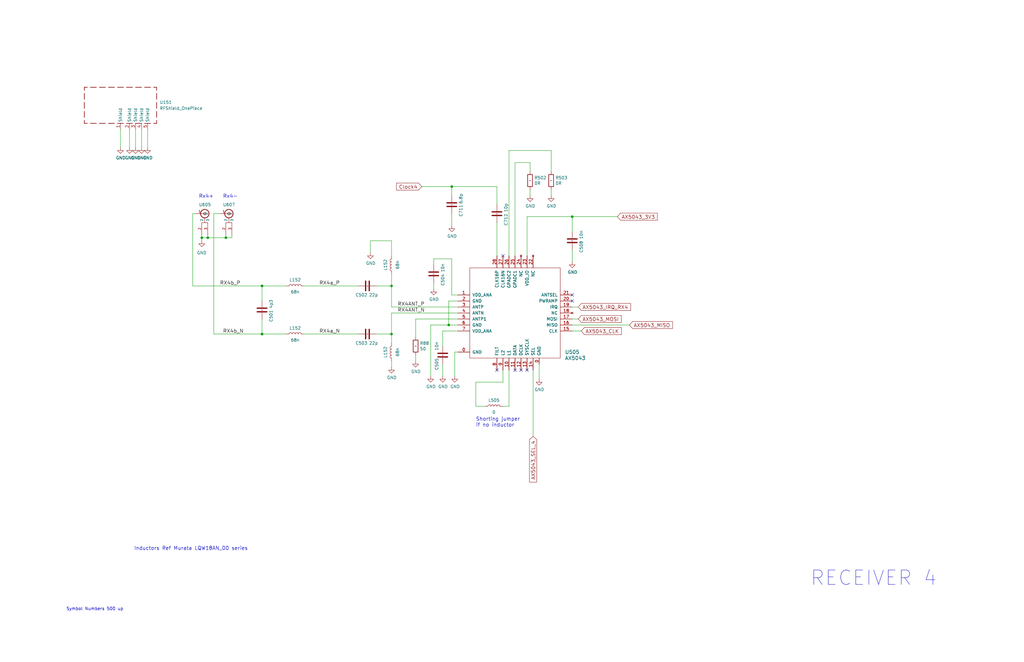
<source format=kicad_sch>
(kicad_sch (version 20230121) (generator eeschema)
  (paper "USLedger")
  (title_block (title "Radiation Tolerant PacSat Communication") (date "2023-06-17") (rev "A") (company "AMSAT-NA") (comment 1 "N5BRG"))
  (lib_symbols
    (symbol "Device:C" (pin_numbers hide) (pin_names (offset 0.254))
      (property "Reference" "C" (at 0.635 2.54 0))
      (property "Value" "C" (at 0.635 -2.54 0))
      (symbol "C_0_1"
        (polyline (pts (xy -2.032 -0.762) (xy 2.032 -0.762)) (stroke (width 0.508)))
        (polyline (pts (xy -2.032 0.762) (xy 2.032 0.762)) (stroke (width 0.508)))
      )
      (symbol "C_1_1"
        (pin passive line (at 0 3.81 270) (length 2.794) (name "~") (number "1"))
        (pin passive line (at 0 -3.81 90) (length 2.794) (name "~") (number "2"))
      )
    )
    (symbol "Device:L" (pin_numbers hide) (pin_names (offset 1.016) hide)
      (property "Reference" "L" (at -1.27 0 90))
      (property "Value" "L" (at 1.905 0 90))
      (symbol "L_0_1"
        (arc (start 0 -2.54) (mid 0.6323 -1.905) (end 0 -1.27))
        (arc (start 0 -1.27) (mid 0.6323 -0.635) (end 0 0))
        (arc (start 0 0) (mid 0.6323 0.635) (end 0 1.27))
        (arc (start 0 1.27) (mid 0.6323 1.905) (end 0 2.54))
      )
      (symbol "L_1_1"
        (pin passive line (at 0 3.81 270) (length 1.27) (name "1") (number "1"))
        (pin passive line (at 0 -3.81 90) (length 1.27) (name "2") (number "2"))
      )
    )
    (symbol "Device:R" (pin_numbers hide) (pin_names (offset 0))
      (property "Reference" "R" (at 2.032 0 90))
      (property "Value" "R" (at 0 0 90))
      (symbol "R_0_1"
        (rectangle (start -1.016 -2.54) (end 1.016 2.54) (stroke (width 0.254)))
      )
      (symbol "R_1_1"
        (pin passive line (at 0 3.81 270) (length 1.27) (name "~") (number "1"))
        (pin passive line (at 0 -3.81 90) (length 1.27) (name "~") (number "2"))
      )
    )
    (symbol "PACSAT_DEV_misc:AX5043" (pin_names (offset 1.016))
      (property "Reference" "U156" (at 16.51 -21.59 0))
      (property "Value" "AX5043" (at -5.08 0 0))
      (symbol "AX5043_0_1"
        (rectangle (start -19.05 19.05) (end 19.05 -19.05))
      )
      (symbol "AX5043_1_1"
        (pin passive line (at -24.13 -16.51 0) (length 5.08) (name "GND") (number "0"))
        (pin power_in line (at 10.16 -21.59 90) (length 2.54) (name "GND") (number "0"))
        (pin passive line (at -24.13 7.62 0) (length 5.08) (name "VDD_ANA") (number "1"))
        (pin passive line (at -2.54 -24.13 90) (length 5.08) (name "L1") (number "10"))
        (pin input line (at 0 -24.13 90) (length 5.08) (name "DATA") (number "11"))
        (pin input line (at 2.54 -24.13 90) (length 5.08) (name "DCLK") (number "12"))
        (pin output line (at 5.08 -24.13 90) (length 5.08) (name "SYSCLK") (number "13"))
        (pin input line (at 7.62 -24.13 90) (length 5.08) (name "SEL") (number "14"))
        (pin input line (at 24.13 -7.62 180) (length 5.08) (name "CLK") (number "15"))
        (pin tri_state line (at 24.13 -5.08 180) (length 5.08) (name "MISO") (number "16"))
        (pin input line (at 24.13 -2.54 180) (length 5.08) (name "MOSI") (number "17"))
        (pin no_connect line (at 24.13 0 180) (length 5.08) (name "NC") (number "18"))
        (pin output line (at 24.13 2.54 180) (length 5.08) (name "IRQ") (number "19"))
        (pin input line (at -24.13 5.08 0) (length 5.08) (name "GND") (number "2"))
        (pin output line (at 24.13 5.08 180) (length 5.08) (name "PWRAMP") (number "20"))
        (pin output line (at 24.13 7.62 180) (length 5.08) (name "ANTSEL") (number "21"))
        (pin no_connect line (at 7.62 24.13 270) (length 5.08) (name "NC") (number "22"))
        (pin passive line (at 5.08 24.13 270) (length 5.08) (name "VDD_IO") (number "23"))
        (pin no_connect line (at 2.54 24.13 270) (length 5.08) (name "NC") (number "24"))
        (pin input line (at 0 24.13 270) (length 5.08) (name "GPADC1") (number "25"))
        (pin input line (at -2.54 24.13 270) (length 5.08) (name "GPADC2") (number "26"))
        (pin passive line (at -5.08 24.13 270) (length 5.08) (name "CLK16N") (number "27"))
        (pin passive line (at -7.62 24.13 270) (length 5.08) (name "CLK16P") (number "28"))
        (pin bidirectional line (at -24.13 2.54 0) (length 5.08) (name "ANTP") (number "3"))
        (pin bidirectional line (at -24.13 0 0) (length 5.08) (name "ANTN") (number "4"))
        (pin output line (at -24.13 -2.54 0) (length 5.08) (name "ANTP1") (number "5"))
        (pin input line (at -24.13 -5.08 0) (length 5.08) (name "GND") (number "6"))
        (pin passive line (at -24.13 -7.62 0) (length 5.08) (name "VDD_ANA") (number "7"))
        (pin passive line (at -7.62 -24.13 90) (length 5.08) (name "FILT") (number "8"))
        (pin passive line (at -5.08 -24.13 90) (length 5.08) (name "L2") (number "9"))
      )
    )
    (symbol "PACSAT_DEV_misc:RF_SHIELD_BOX"
      (property "Reference" "U" (at -15.24 8.89 0))
      (symbol "RF_SHIELD_BOX_0_1"
        (polyline (pts (xy -16.51 -5.08) (xy -16.51 -2.54)) (stroke (width 0.254)))
        (polyline (pts (xy -16.51 -1.27) (xy -16.51 1.27)) (stroke (width 0.254)))
        (polyline (pts (xy -16.51 2.54) (xy -16.51 5.08)) (stroke (width 0.254)))
        (polyline (pts (xy -13.97 7.62) (xy -11.43 7.62)) (stroke (width 0.254)))
        (polyline (pts (xy -11.43 -7.62) (xy -13.97 -7.62)) (stroke (width 0.254)))
        (polyline (pts (xy -7.62 -7.62) (xy -10.16 -7.62)) (stroke (width 0.254)))
        (polyline (pts (xy -7.62 7.62) (xy -10.16 7.62)) (stroke (width 0.254)))
        (polyline (pts (xy -3.81 -7.62) (xy -6.35 -7.62)) (stroke (width 0.254)))
        (polyline (pts (xy -3.81 7.62) (xy -6.35 7.62)) (stroke (width 0.254)))
        (polyline (pts (xy -2.54 -7.62) (xy 0 -7.62)) (stroke (width 0.254)))
        (polyline (pts (xy 0 7.62) (xy -2.54 7.62)) (stroke (width 0.254)))
        (polyline (pts (xy 1.27 -7.62) (xy 3.81 -7.62)) (stroke (width 0.254)))
        (polyline (pts (xy 3.81 7.62) (xy 1.27 7.62)) (stroke (width 0.254)))
        (polyline (pts (xy 5.08 -7.62) (xy 7.62 -7.62)) (stroke (width 0.254)))
        (polyline (pts (xy 7.62 7.62) (xy 5.08 7.62)) (stroke (width 0.254)))
        (polyline (pts (xy 8.89 -7.62) (xy 11.43 -7.62)) (stroke (width 0.254)))
        (polyline (pts (xy 11.43 7.62) (xy 8.89 7.62)) (stroke (width 0.254)))
        (polyline (pts (xy 13.97 -5.08) (xy 13.97 -2.54)) (stroke (width 0.254)))
        (polyline (pts (xy 13.97 -1.27) (xy 13.97 1.27)) (stroke (width 0.254)))
        (polyline (pts (xy 13.97 2.54) (xy 13.97 5.08)) (stroke (width 0.254)))
        (polyline (pts (xy -16.51 6.35) (xy -16.51 7.62) (xy -15.24 7.62)) (stroke (width 0.254)))
        (polyline (pts (xy -15.24 -7.62) (xy -16.51 -7.62) (xy -16.51 -6.35)) (stroke (width 0.254)))
        (polyline (pts (xy 12.7 -7.62) (xy 13.97 -7.62) (xy 13.97 -6.35)) (stroke (width 0.254)))
        (polyline (pts (xy 13.97 6.35) (xy 13.97 7.62) (xy 12.7 7.62)) (stroke (width 0.254)))
      )
      (symbol "RF_SHIELD_BOX_1_1"
        (pin power_in line (at -1.27 -10.16 90) (length 2.54) (name "Shield") (number "1"))
        (pin power_in line (at 2.54 -10.16 90) (length 2.54) (name "Shield") (number "2"))
        (pin power_in line (at 5.08 -10.16 90) (length 2.54) (name "Shield") (number "3"))
        (pin power_in line (at 7.62 -10.16 90) (length 2.54) (name "Shield") (number "4"))
        (pin power_in line (at 10.16 -10.16 90) (length 2.54) (name "Shield") (number "5"))
      )
    )
    (symbol "PACSAT_DEV_misc:U_FL"
      (property "Reference" "U" (at -3.81 2.54 0))
      (symbol "U_FL_0_1"
        (polyline (pts (xy -1.27 -3.81) (xy 1.27 -3.81)))
        (polyline (pts (xy 0 -3.81) (xy 0 -1.778)))
        (circle (center 0 0) (radius 0.508) (stroke (width 0.2032)))
        (circle (center 0 0) (radius 1.778) (stroke (width 0.3048)))
      )
      (symbol "U_FL_1_1"
        (pin bidirectional line (at -3.81 0 0) (length 3.302) (name "In") (number "1"))
        (pin power_in line (at -1.27 -8.89 90) (length 5.08) (name "2") (number "2"))
        (pin power_in line (at 1.27 -8.89 90) (length 5.08) (name "3") (number "3"))
      )
    )
    (symbol "power:GND" (power) (pin_names (offset 0))
      (property "Value" "GND" (at 0 -3.81 0))
      (symbol "GND_0_1"
        (polyline (pts (xy 0 0) (xy 0 -1.27) (xy 1.27 -1.27) (xy 0 -2.54) (xy -1.27 -1.27) (xy 0 -1.27)))
      )
      (symbol "GND_1_1"
        (pin power_in line (at 0 0 270) (length 0) hide (name "GND") (number "1"))
      )
    )
  )
  (junction (at 85.09 100.33))
  (junction (at 189.23 137.16))
  (junction (at 110.49 120.65))
  (junction (at 87.63 100.33))
  (junction (at 110.49 140.97))
  (junction (at 165.1 120.65))
  (junction (at 95.25 100.33))
  (junction (at 165.1 140.97))
  (junction (at 190.5 78.74))
  (junction (at 241.3 91.44))
  (no_connect (at 219.71 156.21))
  (no_connect (at 209.55 156.21))
  (no_connect (at 212.09 107.95))
  (no_connect (at 241.3 124.46))
  (no_connect (at 222.25 156.21))
  (no_connect (at 217.17 156.21))
  (no_connect (at 241.3 127))
  (wire (pts (xy 217.17 68.58) (xy 223.52 68.58)))
  (wire (pts (xy 190.5 109.22) (xy 182.88 109.22)))
  (wire (pts (xy 189.23 137.16) (xy 193.04 137.16)))
  (wire (pts (xy 241.3 91.44) (xy 260.35 91.44)))
  (wire (pts (xy 165.1 107.95) (xy 165.1 101.6)))
  (wire (pts (xy 175.26 134.62) (xy 193.04 134.62)))
  (wire (pts (xy 85.09 100.33) (xy 87.63 100.33)))
  (wire (pts (xy 232.41 63.5) (xy 232.41 72.39)))
  (wire (pts (xy 110.49 134.62) (xy 110.49 140.97)))
  (wire (pts (xy 212.09 171.45) (xy 214.63 171.45)))
  (wire (pts (xy 110.49 120.65) (xy 110.49 127)))
  (wire (pts (xy 50.8 54.61) (xy 50.8 62.23)))
  (wire (pts (xy 110.49 120.65) (xy 120.65 120.65)))
  (wire (pts (xy 177.8 78.74) (xy 190.5 78.74)))
  (wire (pts (xy 190.5 124.46) (xy 190.5 109.22)))
  (wire (pts (xy 209.55 93.98) (xy 209.55 107.95)))
  (wire (pts (xy 90.17 140.97) (xy 110.49 140.97)))
  (wire (pts (xy 81.28 90.17) (xy 81.28 120.65)))
  (wire (pts (xy 87.63 99.06) (xy 87.63 100.33)))
  (wire (pts (xy 128.27 140.97) (xy 151.13 140.97)))
  (wire (pts (xy 227.33 153.67) (xy 227.33 160.02)))
  (wire (pts (xy 212.09 161.29) (xy 200.66 161.29)))
  (wire (pts (xy 182.88 109.22) (xy 182.88 111.76)))
  (wire (pts (xy 241.3 97.79) (xy 241.3 91.44)))
  (wire (pts (xy 182.88 119.38) (xy 182.88 121.92)))
  (wire (pts (xy 85.09 99.06) (xy 85.09 100.33)))
  (wire (pts (xy 165.1 140.97) (xy 165.1 132.08)))
  (wire (pts (xy 165.1 140.97) (xy 165.1 144.78)))
  (wire (pts (xy 217.17 68.58) (xy 217.17 107.95)))
  (wire (pts (xy 81.28 120.65) (xy 110.49 120.65)))
  (wire (pts (xy 87.63 100.33) (xy 95.25 100.33)))
  (wire (pts (xy 181.61 137.16) (xy 189.23 137.16)))
  (wire (pts (xy 214.63 156.21) (xy 214.63 171.45)))
  (wire (pts (xy 97.79 99.06) (xy 97.79 100.33)))
  (wire (pts (xy 158.75 140.97) (xy 165.1 140.97)))
  (wire (pts (xy 57.15 54.61) (xy 57.15 62.23)))
  (wire (pts (xy 191.77 148.59) (xy 191.77 158.75)))
  (wire (pts (xy 54.61 54.61) (xy 54.61 62.23)))
  (wire (pts (xy 200.66 161.29) (xy 200.66 171.45)))
  (wire (pts (xy 193.04 127) (xy 189.23 127)))
  (wire (pts (xy 222.25 91.44) (xy 241.3 91.44)))
  (wire (pts (xy 59.69 54.61) (xy 59.69 62.23)))
  (wire (pts (xy 95.25 100.33) (xy 97.79 100.33)))
  (wire (pts (xy 232.41 80.01) (xy 232.41 82.55)))
  (wire (pts (xy 241.3 129.54) (xy 243.84 129.54)))
  (wire (pts (xy 165.1 152.4) (xy 165.1 154.94)))
  (wire (pts (xy 241.3 134.62) (xy 243.84 134.62)))
  (wire (pts (xy 156.21 101.6) (xy 156.21 106.68)))
  (wire (pts (xy 224.79 156.21) (xy 224.79 184.15)))
  (wire (pts (xy 223.52 80.01) (xy 223.52 82.55)))
  (wire (pts (xy 165.1 120.65) (xy 165.1 129.54)))
  (wire (pts (xy 165.1 115.57) (xy 165.1 120.65)))
  (wire (pts (xy 165.1 129.54) (xy 193.04 129.54)))
  (wire (pts (xy 82.55 90.17) (xy 81.28 90.17)))
  (wire (pts (xy 241.3 105.41) (xy 241.3 110.49)))
  (wire (pts (xy 128.27 120.65) (xy 151.13 120.65)))
  (wire (pts (xy 186.69 139.7) (xy 186.69 146.05)))
  (wire (pts (xy 193.04 148.59) (xy 191.77 148.59)))
  (wire (pts (xy 190.5 78.74) (xy 190.5 82.55)))
  (wire (pts (xy 214.63 63.5) (xy 232.41 63.5)))
  (wire (pts (xy 110.49 140.97) (xy 120.65 140.97)))
  (wire (pts (xy 95.25 99.06) (xy 95.25 100.33)))
  (wire (pts (xy 222.25 107.95) (xy 222.25 91.44)))
  (wire (pts (xy 190.5 90.17) (xy 190.5 95.25)))
  (wire (pts (xy 62.23 54.61) (xy 62.23 62.23)))
  (wire (pts (xy 193.04 124.46) (xy 190.5 124.46)))
  (wire (pts (xy 209.55 78.74) (xy 209.55 86.36)))
  (wire (pts (xy 181.61 158.75) (xy 181.61 137.16)))
  (wire (pts (xy 200.66 171.45) (xy 204.47 171.45)))
  (wire (pts (xy 158.75 120.65) (xy 165.1 120.65)))
  (wire (pts (xy 241.3 139.7) (xy 245.11 139.7)))
  (wire (pts (xy 241.3 137.16) (xy 265.43 137.16)))
  (wire (pts (xy 92.71 90.17) (xy 90.17 90.17)))
  (wire (pts (xy 214.63 63.5) (xy 214.63 107.95)))
  (wire (pts (xy 175.26 134.62) (xy 175.26 142.24)))
  (wire (pts (xy 165.1 101.6) (xy 156.21 101.6)))
  (wire (pts (xy 165.1 132.08) (xy 193.04 132.08)))
  (wire (pts (xy 193.04 139.7) (xy 186.69 139.7)))
  (wire (pts (xy 186.69 153.67) (xy 186.69 158.75)))
  (wire (pts (xy 189.23 127) (xy 189.23 137.16)))
  (wire (pts (xy 85.09 100.33) (xy 85.09 101.6)))
  (wire (pts (xy 209.55 78.74) (xy 190.5 78.74)))
  (wire (pts (xy 212.09 156.21) (xy 212.09 161.29)))
  (wire (pts (xy 223.52 68.58) (xy 223.52 72.39)))
  (wire (pts (xy 175.26 149.86) (xy 175.26 152.4)))
  (wire (pts (xy 90.17 90.17) (xy 90.17 140.97)))
  (text "Symbol Numbers 500 up" (at 27.94 257.81 0) (effects (font (size 1.27 1.27)) (justify left bottom)))
  (text "RECEIVER 4" (at 341.63 247.65 0) (effects (font (size 6.096 6.096)) (justify left bottom)))
  (text "Inductors Ref Murata LQW18AN_00 series" (at 56.515 232.41 0) (effects (font (size 1.524 1.524)) (justify left bottom)))
  (text "Rx4-" (at 93.98 83.82 0) (effects (font (size 1.524 1.524)) (justify left bottom)))
  (text "Shorting jumper\nif no inductor" (at 200.66 180.34 0) (effects (font (size 1.524 1.524)) (justify left bottom)))
  (text "Rx4+" (at 83.82 83.82 0) (effects (font (size 1.524 1.524)) (justify left bottom)))
  (label "RX4ANT_N" (at 167.64 132.08 0) (effects (font (size 1.524 1.524))))
  (label "RX4a_P" (at 134.62 120.65 0) (effects (font (size 1.524 1.524))))
  (label "RX4ANT_P" (at 167.64 129.54 0) (effects (font (size 1.524 1.524))))
  (label "RX4b_N" (at 93.98 140.97 0) (effects (font (size 1.524 1.524))))
  (label "RX4a_N" (at 134.62 140.97 0) (effects (font (size 1.524 1.524))))
  (label "RX4b_P" (at 92.71 120.65 0) (effects (font (size 1.524 1.524))))
  (global_label "Clock4" (shape input) (at 177.8 78.74 180) (effects (font (size 1.524 1.524))) (property "Intersheetrefs" "${INTERSHEET_REFS}" (effects hide)))
  (global_label "AX5043_3V3" (shape input) (at 260.35 91.44 0) (effects (font (size 1.524 1.524))) (property "Intersheetrefs" "${INTERSHEET_REFS}" (effects hide)))
  (global_label "AX5043_MISO" (shape input) (at 265.43 137.16 0) (effects (font (size 1.524 1.524))) (property "Intersheetrefs" "${INTERSHEET_REFS}" (effects hide)))
  (global_label "AX5043_IRQ_RX4" (shape input) (at 243.84 129.54 0) (effects (font (size 1.524 1.524))) (property "Intersheetrefs" "${INTERSHEET_REFS}" (effects hide)))
  (global_label "AX5043_SEL_4" (shape input) (at 224.79 184.15 270) (effects (font (size 1.524 1.524))) (property "Intersheetrefs" "${INTERSHEET_REFS}" (effects hide)))
  (global_label "AX5043_CLK" (shape input) (at 245.11 139.7 0) (effects (font (size 1.524 1.524))) (property "Intersheetrefs" "${INTERSHEET_REFS}" (effects hide)))
  (global_label "AX5043_MOSI" (shape input) (at 243.84 134.62 0) (effects (font (size 1.524 1.524))) (property "Intersheetrefs" "${INTERSHEET_REFS}" (effects hide)))
  (symbol (lib_id "power:GND") (at 156.21 106.68 0) (unit 1)
    (property "Reference" "#PWR0503" (effects hide))
    (property "Value" "GND" (at 156.337 111.0742 0))
  )
  (symbol (lib_id "Device:C") (at 110.49 130.81 0) (unit 1)
    (property "Reference" "C501" (at 114.3 133.35 90))
    (property "Value" "4p3" (at 114.3 128.27 90))
    (property "Footprint" "Capacitor_SMD:C_0603_1608Metric_Pad1.08x0.95mm_HandSolder" (effects hide))
    (property "Datasheet" "~" (at 110.49 130.81 0))
  )
  (symbol (lib_id "Device:L") (at 165.1 111.76 180) (unit 1)
    (property "Reference" "L152" (at 162.56 111.76 90))
    (property "Value" "68n" (at 167.64 111.76 90))
    (property "Footprint" "PacSatDev_misc:L_Murata_LQH2MCNxxxx02_2.0x1.6mm" (effects hide))
    (instances (project "pACsAT_dEV_rEVc_230907" (path "" (reference "L152") (unit 1)) (path "" (reference "L402") (unit 1)) (path "" (reference "L503") (unit 1))))
  )
  (symbol (lib_id "power:GND") (at 227.33 160.02 0) (unit 1)
    (property "Reference" "#PWR0512" (effects hide))
    (property "Value" "GND" (at 227.457 164.4142 0))
  )
  (symbol (lib_id "Device:R") (at 175.26 146.05 0) (unit 1)
    (property "Reference" "R88" (at 177.038 144.8816 0) (effects (justify left)))
    (property "Value" "50" (at 177.038 147.193 0) (effects (justify left)))
    (property "Footprint" "Resistor_SMD:R_0603_1608Metric_Pad0.98x0.95mm_HandSolder" (effects hide))
    (property "Datasheet" "~" (at 175.26 146.05 0))
    (instances (project "pACsAT_dEV_rEVc_230907" (path "" (reference "R88") (unit 1)) (path "" (reference "R501") (unit 1))))
  )
  (symbol (lib_id "Device:L") (at 208.28 171.45 90) (unit 1)
    (property "Reference" "L505" (at 208.28 168.91 90))
    (property "Value" "0" (at 208.28 173.99 90))
    (property "Footprint" "PacSatDev_misc:L_Murata_LQH2MCNxxxx02_2.0x1.6mm" (effects hide))
  )
  (symbol (lib_id "Device:C") (at 190.5 86.36 0) (unit 1)
    (property "Reference" "C711" (at 194.31 88.9 90))
    (property "Value" "6.8p" (at 194.31 83.82 90))
    (property "Footprint" "Capacitor_SMD:C_0603_1608Metric_Pad1.08x0.95mm_HandSolder" (effects hide))
    (property "Datasheet" "~" (at 190.5 86.36 0))
    (instances (project "pACsAT_dEV_rEVc_230907" (path "" (reference "C711") (unit 1)) (path "" (reference "C506") (unit 1))))
  )
  (symbol (lib_id "Device:C") (at 209.55 90.17 0) (unit 1)
    (property "Reference" "C712" (at 213.36 92.71 90))
    (property "Value" "10p" (at 213.36 87.63 90))
    (property "Footprint" "Capacitor_SMD:C_0603_1608Metric_Pad1.08x0.95mm_HandSolder" (effects hide))
    (property "Datasheet" "~" (at 209.55 90.17 0))
    (instances (project "pACsAT_dEV_rEVc_230907" (path "" (reference "C712") (unit 1)) (path "" (reference "C507") (unit 1))))
  )
  (symbol (lib_id "Device:C") (at 154.94 120.65 270) (unit 1)
    (property "Reference" "C502" (at 152.4 124.46 90))
    (property "Value" "22p" (at 157.48 124.46 90))
    (property "Footprint" "Capacitor_SMD:C_0603_1608Metric_Pad1.08x0.95mm_HandSolder" (effects hide))
    (property "Datasheet" "~" (at 154.94 120.65 0))
  )
  (symbol (lib_id "power:GND") (at 50.8 62.23 0) (unit 1)
    (property "Reference" "#PWR0161" (effects hide))
    (property "Value" "GND" (at 50.927 66.6242 0))
    (instances (project "pACsAT_dEV_rEVc_230907" (path "" (reference "#PWR0161") (unit 1)) (path "" (reference "#PWR0730") (unit 1))))
  )
  (symbol (lib_id "power:GND") (at 85.09 101.6 0) (unit 1)
    (property "Reference" "#PWR0614" (effects hide))
    (property "Value" "GND" (at 85.09 106.68 0))
    (instances (project "pACsAT_dEV_rEVc_230907" (path "" (reference "#PWR0614") (unit 1)) (path "" (reference "#PWR0502") (unit 1))))
  )
  (symbol (lib_id "power:GND") (at 165.1 154.94 0) (unit 1)
    (property "Reference" "#PWR0504" (effects hide))
    (property "Value" "GND" (at 165.227 159.3342 0))
  )
  (symbol (lib_id "Device:L") (at 124.46 140.97 90) (unit 1)
    (property "Reference" "L152" (at 124.46 138.43 90))
    (property "Value" "68n" (at 124.46 143.51 90))
    (property "Footprint" "PacSatDev_misc:L_Murata_LQH2MCNxxxx02_2.0x1.6mm" (effects hide))
    (instances (project "pACsAT_dEV_rEVc_230907" (path "" (reference "L152") (unit 1)) (path "" (reference "L402") (unit 1)) (path "" (reference "L502") (unit 1))))
  )
  (symbol (lib_id "power:GND") (at 182.88 121.92 0) (unit 1)
    (property "Reference" "#PWR0507" (effects hide))
    (property "Value" "GND" (at 183.007 126.3142 0))
  )
  (symbol (lib_id "power:GND") (at 175.26 152.4 0) (unit 1)
    (property "Reference" "#PWR0191" (effects hide))
    (property "Value" "GND" (at 175.387 156.7942 0))
    (instances (project "pACsAT_dEV_rEVc_230907" (path "" (reference "#PWR0191") (unit 1)) (path "" (reference "#PWR0505") (unit 1))))
  )
  (symbol (lib_id "Device:L") (at 165.1 148.59 180) (unit 1)
    (property "Reference" "L152" (at 162.56 148.59 90))
    (property "Value" "68n" (at 167.64 148.59 90))
    (property "Footprint" "PacSatDev_misc:L_Murata_LQH2MCNxxxx02_2.0x1.6mm" (effects hide))
    (instances (project "pACsAT_dEV_rEVc_230907" (path "" (reference "L152") (unit 1)) (path "" (reference "L402") (unit 1)) (path "" (reference "L504") (unit 1))))
  )
  (symbol (lib_id "power:GND") (at 190.5 95.25 0) (unit 1)
    (property "Reference" "#PWR0735" (effects hide))
    (property "Value" "GND" (at 190.627 99.6442 0))
    (instances (project "pACsAT_dEV_rEVc_230907" (path "" (reference "#PWR0735") (unit 1)) (path "" (reference "#PWR0509") (unit 1))))
  )
  (symbol (lib_id "power:GND") (at 223.52 82.55 0) (unit 1)
    (property "Reference" "#PWR0511" (effects hide))
    (property "Value" "GND" (at 223.647 86.9442 0))
  )
  (symbol (lib_id "PACSAT_DEV_misc:U_FL") (at 86.36 90.17 0) (unit 1)
    (property "Reference" "U605" (at 83.82 86.36 0) (effects (justify left)))
    (property "Value" "~" (at 86.36 90.17 0))
    (property "Footprint" "PacSatDev_misc:U_FL" (effects hide))
    (instances (project "pACsAT_dEV_rEVc_230907" (path "" (reference "U605") (unit 1)) (path "" (reference "U507") (unit 1))))
  )
  (symbol (lib_id "Device:C") (at 154.94 140.97 270) (unit 1)
    (property "Reference" "C503" (at 152.4 144.78 90))
    (property "Value" "22p" (at 157.48 144.78 90))
    (property "Footprint" "Capacitor_SMD:C_0603_1608Metric_Pad1.08x0.95mm_HandSolder" (effects hide))
    (property "Datasheet" "~" (at 154.94 140.97 0))
  )
  (symbol (lib_id "power:GND") (at 181.61 158.75 0) (unit 1)
    (property "Reference" "#PWR0506" (effects hide))
    (property "Value" "GND" (at 181.737 163.1442 0))
  )
  (symbol (lib_id "power:GND") (at 57.15 62.23 0) (unit 1)
    (property "Reference" "#PWR0161" (effects hide))
    (property "Value" "GND" (at 57.277 66.6242 0))
    (instances (project "pACsAT_dEV_rEVc_230907" (path "" (reference "#PWR0161") (unit 1)) (path "" (reference "#PWR0620") (unit 1))))
  )
  (symbol (lib_id "power:GND") (at 59.69 62.23 0) (unit 1)
    (property "Reference" "#PWR0161" (effects hide))
    (property "Value" "GND" (at 59.817 66.6242 0))
    (instances (project "pACsAT_dEV_rEVc_230907" (path "" (reference "#PWR0161") (unit 1)) (path "" (reference "#PWR0733") (unit 1))))
  )
  (symbol (lib_id "Device:C") (at 182.88 115.57 0) (unit 1)
    (property "Reference" "C504" (at 186.69 118.11 90))
    (property "Value" "10n" (at 186.69 113.03 90))
    (property "Footprint" "Capacitor_SMD:C_0603_1608Metric_Pad1.08x0.95mm_HandSolder" (effects hide))
    (property "Datasheet" "~" (at 182.88 115.57 0))
  )
  (symbol (lib_id "PACSAT_DEV_misc:RF_SHIELD_BOX") (at 52.07 44.45 0) (unit 1)
    (property "Reference" "U151" (at 67.31 43.18 0) (effects (justify left)))
    (property "Value" "RFShield_OnePiece" (at 67.31 45.72 0) (effects (justify left)))
    (property "Footprint" "PacSatDev_misc:RF_SHIELD_BMI_S_202_F_U501" (effects hide))
    (instances (project "pACsAT_dEV_rEVc_230907" (path "" (reference "U151") (unit 1)) (path "" (reference "U501") (unit 1))))
  )
  (symbol (lib_id "PACSAT_DEV_misc:U_FL") (at 96.52 90.17 0) (unit 1)
    (property "Reference" "U607" (at 93.98 86.36 0) (effects (justify left)))
    (property "Value" "~" (at 96.52 90.17 0))
    (property "Footprint" "PacSatDev_misc:U_FL" (effects hide))
    (instances (project "pACsAT_dEV_rEVc_230907" (path "" (reference "U607") (unit 1)) (path "" (reference "U506") (unit 1))))
  )
  (symbol (lib_id "power:GND") (at 54.61 62.23 0) (unit 1)
    (property "Reference" "#PWR0161" (effects hide))
    (property "Value" "GND" (at 54.737 66.6242 0))
    (instances (project "pACsAT_dEV_rEVc_230907" (path "" (reference "#PWR0161") (unit 1)) (path "" (reference "#PWR0731") (unit 1))))
  )
  (symbol (lib_id "power:GND") (at 241.3 110.49 0) (unit 1)
    (property "Reference" "#PWR0514" (effects hide))
    (property "Value" "GND" (at 241.427 114.8842 0))
  )
  (symbol (lib_id "Device:R") (at 232.41 76.2 0) (unit 1)
    (property "Reference" "R503" (at 234.188 75.0316 0) (effects (justify left)))
    (property "Value" "0R" (at 234.188 77.343 0) (effects (justify left)))
    (property "Footprint" "Resistor_SMD:R_0603_1608Metric_Pad0.98x0.95mm_HandSolder" (effects hide))
    (property "Datasheet" "~" (at 232.41 76.2 0))
  )
  (symbol (lib_id "power:GND") (at 232.41 82.55 0) (unit 1)
    (property "Reference" "#PWR0513" (effects hide))
    (property "Value" "GND" (at 232.537 86.9442 0))
  )
  (symbol (lib_id "Device:L") (at 124.46 120.65 90) (unit 1)
    (property "Reference" "L152" (at 124.46 118.11 90))
    (property "Value" "68n" (at 124.46 123.19 90))
    (property "Footprint" "PacSatDev_misc:L_Murata_LQH2MCNxxxx02_2.0x1.6mm" (effects hide))
    (instances (project "pACsAT_dEV_rEVc_230907" (path "" (reference "L152") (unit 1)) (path "" (reference "L402") (unit 1)) (path "" (reference "L501") (unit 1))))
  )
  (symbol (lib_id "power:GND") (at 186.69 158.75 0) (unit 1)
    (property "Reference" "#PWR0508" (effects hide))
    (property "Value" "GND" (at 186.817 163.1442 0))
  )
  (symbol (lib_id "PACSAT_DEV_misc:AX5043") (at 217.17 132.08 0) (unit 1)
    (property "Reference" "U505" (at 241.3 148.59 0) (effects (font (size 1.524 1.524))))
    (property "Value" "AX5043" (at 242.57 151.13 0) (effects (font (size 1.524 1.524))))
    (property "Footprint" "PacSatDev_onsemi:QFN28" (effects hide))
  )
  (symbol (lib_id "power:GND") (at 191.77 158.75 0) (unit 1)
    (property "Reference" "#PWR0510" (effects hide))
    (property "Value" "GND" (at 191.897 163.1442 0))
  )
  (symbol (lib_id "Device:C") (at 241.3 101.6 0) (unit 1)
    (property "Reference" "C508" (at 245.11 104.14 90))
    (property "Value" "10n" (at 245.11 99.06 90))
    (property "Footprint" "Capacitor_SMD:C_0603_1608Metric_Pad1.08x0.95mm_HandSolder" (effects hide))
    (property "Datasheet" "~" (at 241.3 101.6 0))
  )
  (symbol (lib_id "power:GND") (at 62.23 62.23 0) (unit 1)
    (property "Reference" "#PWR0161" (effects hide))
    (property "Value" "GND" (at 62.357 66.6242 0))
    (instances (project "pACsAT_dEV_rEVc_230907" (path "" (reference "#PWR0161") (unit 1)) (path "" (reference "#PWR0732") (unit 1))))
  )
  (symbol (lib_id "Device:R") (at 223.52 76.2 0) (unit 1)
    (property "Reference" "R502" (at 225.298 75.0316 0) (effects (justify left)))
    (property "Value" "0R" (at 225.298 77.343 0) (effects (justify left)))
    (property "Footprint" "Resistor_SMD:R_0603_1608Metric_Pad0.98x0.95mm_HandSolder" (effects hide))
    (property "Datasheet" "~" (at 223.52 76.2 0))
  )
  (symbol (lib_id "Device:C") (at 186.69 149.86 0) (unit 1)
    (property "Reference" "C505" (at 184.15 153.67 90))
    (property "Value" "10n" (at 184.15 146.05 90))
    (property "Footprint" "Capacitor_SMD:C_0603_1608Metric_Pad1.08x0.95mm_HandSolder" (effects hide))
    (property "Datasheet" "~" (at 186.69 149.86 0))
  )
)
</source>
